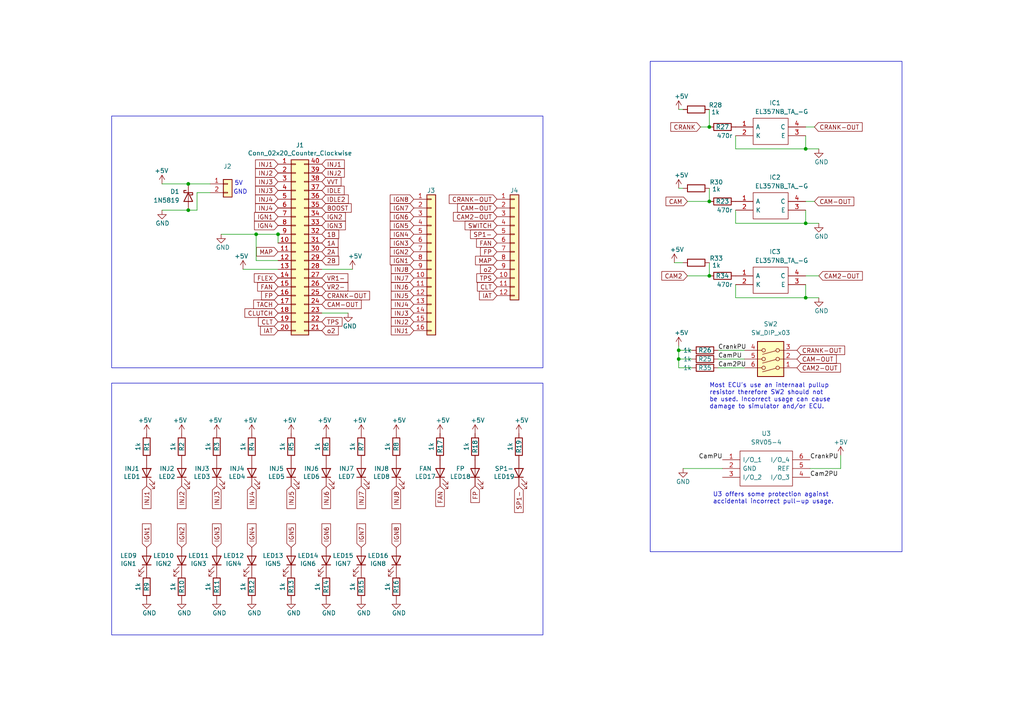
<source format=kicad_sch>
(kicad_sch (version 20250114) (generator "eeschema") (generator_version "9.0")
  (paper "A4")
  (title_block (title "Engine Simulator") (date "2025-02-28") (rev "Production B2") (company "OpenLogicEFI"))
  (lib_symbols
    (symbol "Connector_Generic:Conn_01x02" (pin_names (offset 1.016) (hide yes))
      (property "Reference" "J" (at 0 2.54 0))
      (property "Value" "Conn_01x02" (at 0 -5.08 0))
      (symbol "Conn_01x02_1_1"
        (pin passive line (at -5.08 0 0) (length 3.81) (name "Pin_1") (number "1"))
        (pin passive line (at -5.08 -2.54 0) (length 3.81) (name "Pin_2") (number "2"))
      )
    )
    (symbol "Connector_Generic:Conn_01x12" (pin_names (offset 1.016) (hide yes))
      (property "Reference" "J" (at 0 15.24 0))
      (property "Value" "Conn_01x12" (at 0 -17.78 0))
      (symbol "Conn_01x12_1_1"
        (pin passive line (at -5.08 12.7 0) (length 3.81) (name "Pin_1") (number "1"))
        (pin passive line (at -5.08 10.16 0) (length 3.81) (name "Pin_2") (number "2"))
        (pin passive line (at -5.08 7.62 0) (length 3.81) (name "Pin_3") (number "3"))
        (pin passive line (at -5.08 5.08 0) (length 3.81) (name "Pin_4") (number "4"))
        (pin passive line (at -5.08 2.54 0) (length 3.81) (name "Pin_5") (number "5"))
        (pin passive line (at -5.08 0 0) (length 3.81) (name "Pin_6") (number "6"))
        (pin passive line (at -5.08 -2.54 0) (length 3.81) (name "Pin_7") (number "7"))
        (pin passive line (at -5.08 -5.08 0) (length 3.81) (name "Pin_8") (number "8"))
        (pin passive line (at -5.08 -7.62 0) (length 3.81) (name "Pin_9") (number "9"))
        (pin passive line (at -5.08 -10.16 0) (length 3.81) (name "Pin_10") (number "10"))
        (pin passive line (at -5.08 -12.7 0) (length 3.81) (name "Pin_11") (number "11"))
        (pin passive line (at -5.08 -15.24 0) (length 3.81) (name "Pin_12") (number "12"))
      )
    )
    (symbol "Connector_Generic:Conn_01x16" (pin_names (offset 1.016) (hide yes))
      (property "Reference" "J" (at 0 20.32 0))
      (property "Value" "Conn_01x16" (at 0 -22.86 0))
      (symbol "Conn_01x16_1_1"
        (pin passive line (at -5.08 17.78 0) (length 3.81) (name "Pin_1") (number "1"))
        (pin passive line (at -5.08 15.24 0) (length 3.81) (name "Pin_2") (number "2"))
        (pin passive line (at -5.08 12.7 0) (length 3.81) (name "Pin_3") (number "3"))
        (pin passive line (at -5.08 10.16 0) (length 3.81) (name "Pin_4") (number "4"))
        (pin passive line (at -5.08 7.62 0) (length 3.81) (name "Pin_5") (number "5"))
        (pin passive line (at -5.08 5.08 0) (length 3.81) (name "Pin_6") (number "6"))
        (pin passive line (at -5.08 2.54 0) (length 3.81) (name "Pin_7") (number "7"))
        (pin passive line (at -5.08 0 0) (length 3.81) (name "Pin_8") (number "8"))
        (pin passive line (at -5.08 -2.54 0) (length 3.81) (name "Pin_9") (number "9"))
        (pin passive line (at -5.08 -5.08 0) (length 3.81) (name "Pin_10") (number "10"))
        (pin passive line (at -5.08 -7.62 0) (length 3.81) (name "Pin_11") (number "11"))
        (pin passive line (at -5.08 -10.16 0) (length 3.81) (name "Pin_12") (number "12"))
        (pin passive line (at -5.08 -12.7 0) (length 3.81) (name "Pin_13") (number "13"))
        (pin passive line (at -5.08 -15.24 0) (length 3.81) (name "Pin_14") (number "14"))
        (pin passive line (at -5.08 -17.78 0) (length 3.81) (name "Pin_15") (number "15"))
        (pin passive line (at -5.08 -20.32 0) (length 3.81) (name "Pin_16") (number "16"))
      )
    )
    (symbol "Detonation:SRV05-4" (pin_names (offset 0.762))
      (property "Reference" "U2" (at 1.905 3.81 0))
      (property "Value" "SRV05-4" (at 12.7 3.81 0))
      (symbol "SRV05-4_0_0"
        (pin passive line (at 0 0 0) (length 5.08) (name "I/O_1") (number "1"))
        (pin passive line (at 0 -2.54 0) (length 5.08) (name "GND") (number "2"))
        (pin passive line (at 0 -5.08 0) (length 5.08) (name "I/O_2") (number "3"))
        (pin passive line (at 25.4 0 180) (length 5.08) (name "I/O_4") (number "6"))
        (pin passive line (at 25.4 -2.54 180) (length 5.08) (name "REF") (number "5"))
        (pin passive line (at 25.4 -5.08 180) (length 5.08) (name "I/O_3") (number "4"))
      )
    )
    (symbol "Device:LED" (pin_numbers (hide yes)) (pin_names (offset 1.016) (hide yes))
      (property "Reference" "D" (at 0 2.54 0))
      (property "Value" "LED" (at 0 -2.54 0))
      (symbol "LED_1_1"
        (pin passive line (at -3.81 0 0) (length 2.54) (name "K") (number "1"))
        (pin passive line (at 3.81 0 180) (length 2.54) (name "A") (number "2"))
      )
    )
    (symbol "Device:R" (pin_numbers (hide yes)) (pin_names (offset 0))
      (property "Reference" "R" (at 2.032 0 90))
      (property "Value" "R" (at 0 0 90))
      (symbol "R_1_1"
        (pin passive line (at 0 3.81 270) (length 1.27) (name "~") (number "1"))
        (pin passive line (at 0 -3.81 90) (length 1.27) (name "~") (number "2"))
      )
    )
    (symbol "Diode:1N5819" (pin_numbers (hide yes)) (pin_names (offset 1.016) (hide yes))
      (property "Reference" "D" (at 0 2.54 0))
      (property "Value" "1N5819" (at 0 -2.54 0))
      (symbol "1N5819_1_1"
        (pin passive line (at -3.81 0 0) (length 2.54) (name "K") (number "1"))
        (pin passive line (at 3.81 0 180) (length 2.54) (name "A") (number "2"))
      )
    )
    (symbol "EL357NB_TA_-G:EL357NB_TA_-G" (pin_names (offset 0.762))
      (property "Reference" "IC" (at 16.51 7.62 0))
      (property "Value" "EL357NB_TA_-G" (at 16.51 5.08 0))
      (symbol "EL357NB_TA_-G_0_0"
        (pin passive line (at 0 0 0) (length 5.08) (name "A") (number "1"))
        (pin passive line (at 0 -2.54 0) (length 5.08) (name "K") (number "2"))
        (pin passive line (at 20.32 0 180) (length 5.08) (name "C") (number "4"))
        (pin passive line (at 20.32 -2.54 180) (length 5.08) (name "E") (number "3"))
      )
    )
    (symbol "Pre_Ignition-rescue:Conn_02x20_Counter_Clockwise-Connector_Generic" (pin_names (offset 1.016) (hide yes))
      (property "Reference" "J" (at 1.27 25.4 0))
      (property "Value" "Conn_02x20_Counter_Clockwise-Connector_Generic" (at 1.27 -27.94 0))
      (symbol "Conn_02x20_Counter_Clockwise-Connector_Generic_1_1"
        (pin passive line (at -5.08 22.86 0) (length 3.81) (name "Pin_1") (number "1"))
        (pin passive line (at -5.08 20.32 0) (length 3.81) (name "Pin_2") (number "2"))
        (pin passive line (at -5.08 17.78 0) (length 3.81) (name "Pin_3") (number "3"))
        (pin passive line (at -5.08 15.24 0) (length 3.81) (name "Pin_4") (number "4"))
        (pin passive line (at -5.08 12.7 0) (length 3.81) (name "Pin_5") (number "5"))
        (pin passive line (at -5.08 10.16 0) (length 3.81) (name "Pin_6") (number "6"))
        (pin passive line (at -5.08 7.62 0) (length 3.81) (name "Pin_7") (number "7"))
        (pin passive line (at -5.08 5.08 0) (length 3.81) (name "Pin_8") (number "8"))
        (pin passive line (at -5.08 2.54 0) (length 3.81) (name "Pin_9") (number "9"))
        (pin passive line (at -5.08 0 0) (length 3.81) (name "Pin_10") (number "10"))
        (pin passive line (at -5.08 -2.54 0) (length 3.81) (name "Pin_11") (number "11"))
        (pin passive line (at -5.08 -5.08 0) (length 3.81) (name "Pin_12") (number "12"))
        (pin passive line (at -5.08 -7.62 0) (length 3.81) (name "Pin_13") (number "13"))
        (pin passive line (at -5.08 -10.16 0) (length 3.81) (name "Pin_14") (number "14"))
        (pin passive line (at -5.08 -12.7 0) (length 3.81) (name "Pin_15") (number "15"))
        (pin passive line (at -5.08 -15.24 0) (length 3.81) (name "Pin_16") (number "16"))
        (pin passive line (at -5.08 -17.78 0) (length 3.81) (name "Pin_17") (number "17"))
        (pin passive line (at -5.08 -20.32 0) (length 3.81) (name "Pin_18") (number "18"))
        (pin passive line (at -5.08 -22.86 0) (length 3.81) (name "Pin_19") (number "19"))
        (pin passive line (at -5.08 -25.4 0) (length 3.81) (name "Pin_20") (number "20"))
        (pin passive line (at 7.62 22.86 180) (length 3.81) (name "Pin_40") (number "40"))
        (pin passive line (at 7.62 20.32 180) (length 3.81) (name "Pin_39") (number "39"))
        (pin passive line (at 7.62 17.78 180) (length 3.81) (name "Pin_38") (number "38"))
        (pin passive line (at 7.62 15.24 180) (length 3.81) (name "Pin_37") (number "37"))
        (pin passive line (at 7.62 12.7 180) (length 3.81) (name "Pin_36") (number "36"))
        (pin passive line (at 7.62 10.16 180) (length 3.81) (name "Pin_35") (number "35"))
        (pin passive line (at 7.62 7.62 180) (length 3.81) (name "Pin_34") (number "34"))
        (pin passive line (at 7.62 5.08 180) (length 3.81) (name "Pin_33") (number "33"))
        (pin passive line (at 7.62 2.54 180) (length 3.81) (name "Pin_32") (number "32"))
        (pin passive line (at 7.62 0 180) (length 3.81) (name "Pin_31") (number "31"))
        (pin passive line (at 7.62 -2.54 180) (length 3.81) (name "Pin_30") (number "30"))
        (pin passive line (at 7.62 -5.08 180) (length 3.81) (name "Pin_29") (number "29"))
        (pin passive line (at 7.62 -7.62 180) (length 3.81) (name "Pin_28") (number "28"))
        (pin passive line (at 7.62 -10.16 180) (length 3.81) (name "Pin_27") (number "27"))
        (pin passive line (at 7.62 -12.7 180) (length 3.81) (name "Pin_26") (number "26"))
        (pin passive line (at 7.62 -15.24 180) (length 3.81) (name "Pin_25") (number "25"))
        (pin passive line (at 7.62 -17.78 180) (length 3.81) (name "Pin_24") (number "24"))
        (pin passive line (at 7.62 -20.32 180) (length 3.81) (name "Pin_23") (number "23"))
        (pin passive line (at 7.62 -22.86 180) (length 3.81) (name "Pin_22") (number "22"))
        (pin passive line (at 7.62 -25.4 180) (length 3.81) (name "Pin_21") (number "21"))
      )
    )
    (symbol "Switch:SW_DIP_x03" (pin_names (offset 0) (hide yes))
      (property "Reference" "SW" (at 0 6.35 0))
      (property "Value" "SW_DIP_x03" (at 0 -6.35 0))
      (symbol "SW_DIP_x03_1_1"
        (pin passive line (at -7.62 2.54 0) (length 5.08) (name "~") (number "1"))
        (pin passive line (at -7.62 0 0) (length 5.08) (name "~") (number "2"))
        (pin passive line (at -7.62 -2.54 0) (length 5.08) (name "~") (number "3"))
        (pin passive line (at 7.62 2.54 180) (length 5.08) (name "~") (number "6"))
        (pin passive line (at 7.62 0 180) (length 5.08) (name "~") (number "5"))
        (pin passive line (at 7.62 -2.54 180) (length 5.08) (name "~") (number "4"))
      )
    )
    (symbol "power:+5V" (power) (pin_names (offset 0))
      (property "Value" "+5V" (at 0 3.556 0))
      (symbol "+5V_1_1"
        (pin power_in line (at 0 0 90) (length 0) (hide yes) (name "+5V") (number "1"))
      )
    )
    (symbol "power:GND" (power) (pin_names (offset 0))
      (property "Value" "GND" (at 0 -3.81 0))
      (symbol "GND_1_1"
        (pin power_in line (at 0 0 270) (length 0) (hide yes) (name "GND") (number "1"))
      )
    )
  )
  (rectangle (start 32.385 33.655) (end 157.48 106.68))
  (rectangle (start 32.385 111.125) (end 157.48 184.15))
  (rectangle (start 188.595 17.78) (end 261.62 160.02))
  (text "Most ECU's use an internaal pullup \nresistor therefore SW2 should not\nbe used. Incorrect usage can cause\ndamage to simulator and/or ECU." (at 205.74 118.745 0) (effects (font (size 1.27 1.27)) (justify left bottom)))
  (text "GND" (at 71.755 56.515 0) (effects (font (size 1.27 1.27)) (justify right bottom)))
  (text "5V" (at 70.485 53.975 0) (effects (font (size 1.27 1.27)) (justify right bottom)))
  (text "U3 offers some protection against\naccidental incorrect pull-up usage." (at 206.756 146.304 0) (effects (font (size 1.27 1.27)) (justify left bottom)))
  (junction (at 205.74 58.42))
  (junction (at 54.61 53.34))
  (junction (at 233.68 43.18))
  (junction (at 74.295 67.945))
  (junction (at 196.85 104.14))
  (junction (at 196.85 101.6))
  (junction (at 205.74 80.01))
  (junction (at 233.68 86.36))
  (junction (at 80.645 67.945))
  (junction (at 205.74 36.83))
  (junction (at 54.61 60.96))
  (junction (at 233.68 64.77))
  (wire (pts (xy 196.85 54.61) (xy 198.12 54.61)))
  (wire (pts (xy 196.85 31.75) (xy 198.12 31.75)))
  (wire (pts (xy 54.61 53.34) (xy 60.96 53.34)))
  (wire (pts (xy 102.235 78.105) (xy 93.345 78.105)))
  (wire (pts (xy 57.15 60.96) (xy 57.15 55.88)))
  (wire (pts (xy 54.61 60.96) (xy 57.15 60.96)))
  (wire (pts (xy 46.99 53.34) (xy 54.61 53.34)))
  (wire (pts (xy 196.85 100.33) (xy 196.85 101.6)))
  (wire (pts (xy 205.74 54.61) (xy 205.74 58.42)))
  (wire (pts (xy 205.74 31.75) (xy 205.74 36.83)))
  (wire (pts (xy 233.68 36.83) (xy 236.22 36.83)))
  (wire (pts (xy 213.36 82.55) (xy 213.36 86.36)))
  (wire (pts (xy 196.85 101.6) (xy 200.66 101.6)))
  (wire (pts (xy 196.85 106.68) (xy 200.66 106.68)))
  (wire (pts (xy 208.28 104.14) (xy 215.9 104.14)))
  (wire (pts (xy 74.295 67.945) (xy 74.295 75.565)))
  (wire (pts (xy 199.39 58.42) (xy 205.74 58.42)))
  (wire (pts (xy 213.36 60.96) (xy 213.36 64.77)))
  (wire (pts (xy 233.68 80.01) (xy 237.49 80.01)))
  (wire (pts (xy 196.85 101.6) (xy 196.85 104.14)))
  (wire (pts (xy 199.39 80.01) (xy 205.74 80.01)))
  (wire (pts (xy 205.74 76.2) (xy 205.74 80.01)))
  (wire (pts (xy 57.15 55.88) (xy 60.96 55.88)))
  (wire (pts (xy 80.645 70.485) (xy 80.645 67.945)))
  (wire (pts (xy 213.36 39.37) (xy 213.36 43.18)))
  (wire (pts (xy 46.99 60.96) (xy 54.61 60.96)))
  (wire (pts (xy 195.58 76.2) (xy 198.12 76.2)))
  (wire (pts (xy 74.295 75.565) (xy 80.645 75.565)))
  (wire (pts (xy 203.2 36.83) (xy 205.74 36.83)))
  (wire (pts (xy 233.68 64.77) (xy 237.49 64.77)))
  (wire (pts (xy 74.295 67.945) (xy 80.645 67.945)))
  (wire (pts (xy 233.68 60.96) (xy 233.68 64.77)))
  (wire (pts (xy 198.12 135.89) (xy 209.55 135.89)))
  (wire (pts (xy 243.84 132.08) (xy 243.84 135.89)))
  (wire (pts (xy 233.68 39.37) (xy 233.68 43.18)))
  (wire (pts (xy 208.28 101.6) (xy 215.9 101.6)))
  (wire (pts (xy 196.85 104.14) (xy 196.85 106.68)))
  (wire (pts (xy 233.68 43.18) (xy 237.49 43.18)))
  (wire (pts (xy 213.36 64.77) (xy 233.68 64.77)))
  (wire (pts (xy 233.68 86.36) (xy 237.49 86.36)))
  (wire (pts (xy 208.28 106.68) (xy 215.9 106.68)))
  (wire (pts (xy 233.68 58.42) (xy 236.22 58.42)))
  (wire (pts (xy 100.965 90.805) (xy 93.345 90.805)))
  (wire (pts (xy 213.36 43.18) (xy 233.68 43.18)))
  (wire (pts (xy 243.84 135.89) (xy 234.95 135.89)))
  (wire (pts (xy 196.85 104.14) (xy 200.66 104.14)))
  (wire (pts (xy 70.485 78.105) (xy 80.645 78.105)))
  (wire (pts (xy 233.68 82.55) (xy 233.68 86.36)))
  (wire (pts (xy 64.135 67.945) (xy 74.295 67.945)))
  (wire (pts (xy 213.36 86.36) (xy 233.68 86.36)))
  (label "Cam2PU" (at 234.95 138.43 0))
  (label "Cam2PU" (at 208.28 106.68 0))
  (label "CrankPU" (at 234.95 133.35 0))
  (label "CamPU" (at 209.55 133.35 180))
  (label "CamPU" (at 208.28 104.14 0))
  (label "CrankPU" (at 208.28 101.6 0))
  (global_label "IGN5" (shape input) (at 120.015 65.405 180) (property "Intersheetrefs" "${INTERSHEET_REFS}" (effects (hide yes))))
  (global_label "INJ6" (shape input) (at 120.015 83.185 180) (property "Intersheetrefs" "${INTERSHEET_REFS}" (effects (hide yes))))
  (global_label "IAT" (shape input) (at 80.645 95.885 180) (property "Intersheetrefs" "${INTERSHEET_REFS}" (effects (hide yes))))
  (global_label "INJ1" (shape input) (at 42.545 140.97 270) (property "Intersheetrefs" "${INTERSHEET_REFS}" (effects (hide yes))))
  (global_label "VR1-" (shape input) (at 93.345 80.645 0) (property "Intersheetrefs" "${INTERSHEET_REFS}" (effects (hide yes))))
  (global_label "CRANK" (shape input) (at 203.2 36.83 180) (property "Intersheetrefs" "${INTERSHEET_REFS}" (effects (hide yes))))
  (global_label "IGN6" (shape input) (at 94.615 158.75 90) (property "Intersheetrefs" "${INTERSHEET_REFS}" (effects (hide yes))))
  (global_label "INJ7" (shape input) (at 120.015 80.645 180) (property "Intersheetrefs" "${INTERSHEET_REFS}" (effects (hide yes))))
  (global_label "TPS" (shape input) (at 144.145 80.645 180) (property "Intersheetrefs" "${INTERSHEET_REFS}" (effects (hide yes))))
  (global_label "IAT" (shape input) (at 144.145 85.725 180) (property "Intersheetrefs" "${INTERSHEET_REFS}" (effects (hide yes))))
  (global_label "CRANK-OUT" (shape input) (at 144.145 57.785 180) (property "Intersheetrefs" "${INTERSHEET_REFS}" (effects (hide yes))))
  (global_label "INJ4" (shape input) (at 73.025 140.97 270) (property "Intersheetrefs" "${INTERSHEET_REFS}" (effects (hide yes))))
  (global_label "IGN2" (shape input) (at 120.015 73.025 180) (property "Intersheetrefs" "${INTERSHEET_REFS}" (effects (hide yes))))
  (global_label "INJ2" (shape input) (at 80.645 50.165 180) (property "Intersheetrefs" "${INTERSHEET_REFS}" (effects (hide yes))))
  (global_label "IGN3" (shape input) (at 93.345 65.405 0) (property "Intersheetrefs" "${INTERSHEET_REFS}" (effects (hide yes))))
  (global_label "INJ5" (shape input) (at 84.455 140.97 270) (property "Intersheetrefs" "${INTERSHEET_REFS}" (effects (hide yes))))
  (global_label "INJ4" (shape input) (at 120.015 88.265 180) (property "Intersheetrefs" "${INTERSHEET_REFS}" (effects (hide yes))))
  (global_label "INJ2" (shape input) (at 93.345 50.165 0) (property "Intersheetrefs" "${INTERSHEET_REFS}" (effects (hide yes))))
  (global_label "IGN4" (shape input) (at 120.015 67.945 180) (property "Intersheetrefs" "${INTERSHEET_REFS}" (effects (hide yes))))
  (global_label "CRANK-OUT" (shape input) (at 236.22 36.83 0) (property "Intersheetrefs" "${INTERSHEET_REFS}" (effects (hide yes))))
  (global_label "FAN" (shape input) (at 127.635 140.97 270) (property "Intersheetrefs" "${INTERSHEET_REFS}" (effects (hide yes))))
  (global_label "SP1-" (shape input) (at 144.145 67.945 180) (property "Intersheetrefs" "${INTERSHEET_REFS}" (effects (hide yes))))
  (global_label "IGN3" (shape input) (at 120.015 70.485 180) (property "Intersheetrefs" "${INTERSHEET_REFS}" (effects (hide yes))))
  (global_label "INJ4" (shape input) (at 80.645 57.785 180) (property "Intersheetrefs" "${INTERSHEET_REFS}" (effects (hide yes))))
  (global_label "INJ2" (shape input) (at 52.705 140.97 270) (property "Intersheetrefs" "${INTERSHEET_REFS}" (effects (hide yes))))
  (global_label "TPS" (shape input) (at 93.345 93.345 0) (property "Intersheetrefs" "${INTERSHEET_REFS}" (effects (hide yes))))
  (global_label "INJ6" (shape input) (at 94.615 140.97 270) (property "Intersheetrefs" "${INTERSHEET_REFS}" (effects (hide yes))))
  (global_label "CAM2-OUT" (shape input) (at 231.14 106.68 0) (property "Intersheetrefs" "${INTERSHEET_REFS}" (effects (hide yes))))
  (global_label "IDLE2" (shape input) (at 93.345 57.785 0) (property "Intersheetrefs" "${INTERSHEET_REFS}" (effects (hide yes))))
  (global_label "IGN4" (shape input) (at 80.645 65.405 180) (property "Intersheetrefs" "${INTERSHEET_REFS}" (effects (hide yes))))
  (global_label "FP" (shape input) (at 80.645 85.725 180) (property "Intersheetrefs" "${INTERSHEET_REFS}" (effects (hide yes))))
  (global_label "IGN5" (shape input) (at 84.455 158.75 90) (property "Intersheetrefs" "${INTERSHEET_REFS}" (effects (hide yes))))
  (global_label "IGN8" (shape input) (at 120.015 57.785 180) (property "Intersheetrefs" "${INTERSHEET_REFS}" (effects (hide yes))))
  (global_label "IGN1" (shape input) (at 80.645 62.865 180) (property "Intersheetrefs" "${INTERSHEET_REFS}" (effects (hide yes))))
  (global_label "CAM" (shape input) (at 199.39 58.42 180) (property "Intersheetrefs" "${INTERSHEET_REFS}" (effects (hide yes))))
  (global_label "MAP" (shape input) (at 144.145 75.565 180) (property "Intersheetrefs" "${INTERSHEET_REFS}" (effects (hide yes))))
  (global_label "IGN1" (shape input) (at 42.545 158.75 90) (property "Intersheetrefs" "${INTERSHEET_REFS}" (effects (hide yes))))
  (global_label "FAN" (shape input) (at 144.145 70.485 180) (property "Intersheetrefs" "${INTERSHEET_REFS}" (effects (hide yes))))
  (global_label "CRANK-OUT" (shape input) (at 231.14 101.6 0) (property "Intersheetrefs" "${INTERSHEET_REFS}" (effects (hide yes))))
  (global_label "IGN2" (shape input) (at 93.345 62.865 0) (property "Intersheetrefs" "${INTERSHEET_REFS}" (effects (hide yes))))
  (global_label "2A" (shape input) (at 93.345 73.025 0) (property "Intersheetrefs" "${INTERSHEET_REFS}" (effects (hide yes))))
  (global_label "INJ3" (shape input) (at 120.015 90.805 180) (property "Intersheetrefs" "${INTERSHEET_REFS}" (effects (hide yes))))
  (global_label "2B" (shape input) (at 93.345 75.565 0) (property "Intersheetrefs" "${INTERSHEET_REFS}" (effects (hide yes))))
  (global_label "CAM-OUT" (shape input) (at 231.14 104.14 0) (property "Intersheetrefs" "${INTERSHEET_REFS}" (effects (hide yes))))
  (global_label "INJ7" (shape input) (at 104.775 140.97 270) (property "Intersheetrefs" "${INTERSHEET_REFS}" (effects (hide yes))))
  (global_label "FLEX" (shape input) (at 80.645 80.645 180) (property "Intersheetrefs" "${INTERSHEET_REFS}" (effects (hide yes))))
  (global_label "INJ1" (shape input) (at 120.015 95.885 180) (property "Intersheetrefs" "${INTERSHEET_REFS}" (effects (hide yes))))
  (global_label "FP" (shape input) (at 144.145 73.025 180) (property "Intersheetrefs" "${INTERSHEET_REFS}" (effects (hide yes))))
  (global_label "CAM-OUT" (shape input) (at 144.145 60.325 180) (property "Intersheetrefs" "${INTERSHEET_REFS}" (effects (hide yes))))
  (global_label "1A" (shape input) (at 93.345 70.485 0) (property "Intersheetrefs" "${INTERSHEET_REFS}" (effects (hide yes))))
  (global_label "SWITCH" (shape input) (at 144.145 65.405 180) (property "Intersheetrefs" "${INTERSHEET_REFS}" (effects (hide yes))))
  (global_label "CLT" (shape input) (at 80.645 93.345 180) (property "Intersheetrefs" "${INTERSHEET_REFS}" (effects (hide yes))))
  (global_label "FAN" (shape input) (at 80.645 83.185 180) (property "Intersheetrefs" "${INTERSHEET_REFS}" (effects (hide yes))))
  (global_label "IGN7" (shape input) (at 104.775 158.75 90) (property "Intersheetrefs" "${INTERSHEET_REFS}" (effects (hide yes))))
  (global_label "CLT" (shape input) (at 144.145 83.185 180) (property "Intersheetrefs" "${INTERSHEET_REFS}" (effects (hide yes))))
  (global_label "INJ3" (shape input) (at 62.865 140.97 270) (property "Intersheetrefs" "${INTERSHEET_REFS}" (effects (hide yes))))
  (global_label "IDLE" (shape input) (at 93.345 55.245 0) (property "Intersheetrefs" "${INTERSHEET_REFS}" (effects (hide yes))))
  (global_label "INJ8" (shape input) (at 120.015 78.105 180) (property "Intersheetrefs" "${INTERSHEET_REFS}" (effects (hide yes))))
  (global_label "CAM-OUT" (shape input) (at 236.22 58.42 0) (property "Intersheetrefs" "${INTERSHEET_REFS}" (effects (hide yes))))
  (global_label "INJ8" (shape input) (at 114.935 140.97 270) (property "Intersheetrefs" "${INTERSHEET_REFS}" (effects (hide yes))))
  (global_label "CAM-OUT" (shape input) (at 93.345 88.265 0) (property "Intersheetrefs" "${INTERSHEET_REFS}" (effects (hide yes))))
  (global_label "IGN8" (shape input) (at 114.935 158.75 90) (property "Intersheetrefs" "${INTERSHEET_REFS}" (effects (hide yes))))
  (global_label "INJ1" (shape input) (at 80.645 47.625 180) (property "Intersheetrefs" "${INTERSHEET_REFS}" (effects (hide yes))))
  (global_label "CAM2-OUT" (shape input) (at 237.49 80.01 0) (property "Intersheetrefs" "${INTERSHEET_REFS}" (effects (hide yes))))
  (global_label "CLUTCH" (shape input) (at 80.645 90.805 180) (property "Intersheetrefs" "${INTERSHEET_REFS}" (effects (hide yes))))
  (global_label "CAM2-OUT" (shape input) (at 144.145 62.865 180) (property "Intersheetrefs" "${INTERSHEET_REFS}" (effects (hide yes))))
  (global_label "o2" (shape input) (at 93.345 95.885 0) (property "Intersheetrefs" "${INTERSHEET_REFS}" (effects (hide yes))))
  (global_label "o2" (shape input) (at 144.145 78.105 180) (property "Intersheetrefs" "${INTERSHEET_REFS}" (effects (hide yes))))
  (global_label "CAM2" (shape input) (at 199.39 80.01 180) (property "Intersheetrefs" "${INTERSHEET_REFS}" (effects (hide yes))))
  (global_label "INJ2" (shape input) (at 120.015 93.345 180) (property "Intersheetrefs" "${INTERSHEET_REFS}" (effects (hide yes))))
  (global_label "IGN1" (shape input) (at 120.015 75.565 180) (property "Intersheetrefs" "${INTERSHEET_REFS}" (effects (hide yes))))
  (global_label "BOOST" (shape input) (at 93.345 60.325 0) (property "Intersheetrefs" "${INTERSHEET_REFS}" (effects (hide yes))))
  (global_label "FP" (shape input) (at 137.795 140.97 270) (property "Intersheetrefs" "${INTERSHEET_REFS}" (effects (hide yes))))
  (global_label "IGN7" (shape input) (at 120.015 60.325 180) (property "Intersheetrefs" "${INTERSHEET_REFS}" (effects (hide yes))))
  (global_label "IGN6" (shape input) (at 120.015 62.865 180) (property "Intersheetrefs" "${INTERSHEET_REFS}" (effects (hide yes))))
  (global_label "IGN3" (shape input) (at 62.865 158.75 90) (property "Intersheetrefs" "${INTERSHEET_REFS}" (effects (hide yes))))
  (global_label "TACH" (shape input) (at 80.645 88.265 180) (property "Intersheetrefs" "${INTERSHEET_REFS}" (effects (hide yes))))
  (global_label "CRANK-OUT" (shape input) (at 93.345 85.725 0) (property "Intersheetrefs" "${INTERSHEET_REFS}" (effects (hide yes))))
  (global_label "IGN2" (shape input) (at 52.705 158.75 90) (property "Intersheetrefs" "${INTERSHEET_REFS}" (effects (hide yes))))
  (global_label "1B" (shape input) (at 93.345 67.945 0) (property "Intersheetrefs" "${INTERSHEET_REFS}" (effects (hide yes))))
  (global_label "INJ3" (shape input) (at 80.645 52.705 180) (property "Intersheetrefs" "${INTERSHEET_REFS}" (effects (hide yes))))
  (global_label "VVT" (shape input) (at 93.345 52.705 0) (property "Intersheetrefs" "${INTERSHEET_REFS}" (effects (hide yes))))
  (global_label "IGN4" (shape input) (at 73.025 158.75 90) (property "Intersheetrefs" "${INTERSHEET_REFS}" (effects (hide yes))))
  (global_label "VR2-" (shape input) (at 93.345 83.185 0) (property "Intersheetrefs" "${INTERSHEET_REFS}" (effects (hide yes))))
  (global_label "INJ4" (shape input) (at 80.645 60.325 180) (property "Intersheetrefs" "${INTERSHEET_REFS}" (effects (hide yes))))
  (global_label "INJ5" (shape input) (at 120.015 85.725 180) (property "Intersheetrefs" "${INTERSHEET_REFS}" (effects (hide yes))))
  (global_label "SP1-" (shape input) (at 150.495 140.97 270) (property "Intersheetrefs" "${INTERSHEET_REFS}" (effects (hide yes))))
  (global_label "INJ3" (shape input) (at 80.645 55.245 180) (property "Intersheetrefs" "${INTERSHEET_REFS}" (effects (hide yes))))
  (global_label "MAP" (shape input) (at 80.645 73.025 180) (property "Intersheetrefs" "${INTERSHEET_REFS}" (effects (hide yes))))
  (global_label "INJ1" (shape input) (at 93.345 47.625 0) (property "Intersheetrefs" "${INTERSHEET_REFS}" (effects (hide yes))))
  (symbol (lib_id "Pre_Ignition-rescue:Conn_02x20_Counter_Clockwise-Connector_Generic") (at 85.725 70.485 0) (unit 1) (in_bom no)
    (property "Reference" "J1" (at 86.995 42.1132 0))
    (property "Value" "Conn_02x20_Counter_Clockwise" (at 86.995 44.4246 0))
    (property "Footprint" "Connector_Automotive:IDC-Header_2x20_P2.54mm_Vertical_Speeduino" (effects (hide yes)))
  )
  (symbol (lib_id "Device:LED") (at 137.795 137.16 90) (unit 1)
    (property "Reference" "LED18" (at 133.5278 138.2268 90))
    (property "Value" "FP" (at 133.5278 135.9154 90))
    (property "Footprint" "LED_SMD:LED_0603_1608Metric" (effects (hide yes)))
    (property "LCSC" "C2286" (effects (hide yes)))
  )
  (symbol (lib_id "EL357NB_TA_-G:EL357NB_TA_-G") (at 213.36 58.42 0) (unit 1)
    (property "Reference" "IC2" (at 224.79 51.435 0))
    (property "Value" "EL357NB_TA_-G" (at 226.695 53.975 0))
    (property "Footprint" "Package_SO:SOP-4_3.8x4.1mm_P2.54mm" (effects (hide yes)))
    (property "Datasheet" "https://www.arrow.com/en/products/el357nb-ta-g/everlight-electronics" (effects (hide yes)))
    (property "Description" "OPTOISOLATOR 3.75KV TRANS 4-SOP" (effects (hide yes)))
    (property "Height" "2" (effects (hide yes)))
    (property "Manufacturer_Name" "Everlight" (effects (hide yes)))
    (property "Manufacturer_Part_Number" "EL357NB(TA)-G" (effects (hide yes)))
    (property "Mouser Part Number" "638-EL357NBTAG" (effects (hide yes)))
    (property "Mouser Price/Stock" "https://www.mouser.co.uk/ProductDetail/Everlight/EL357NBTA-G?qs=8PzhAHr7IdPkZ%252Bpe78XBnA%3D%3D" (effects (hide yes)))
    (property "Arrow Part Number" "EL357NB(TA)-G" (effects (hide yes)))
    (property "Arrow Price/Stock" "https://www.arrow.com/en/products/el357nb-ta-g/everlight-electronics?region=nac" (effects (hide yes)))
    (property "LCSC" "C6649" (effects (hide yes)))
  )
  (symbol (lib_id "Device:LED") (at 62.865 137.16 90) (unit 1)
    (property "Reference" "LED3" (at 58.5978 138.2268 90))
    (property "Value" "INJ3" (at 58.5978 135.9154 90))
    (property "Footprint" "LED_SMD:LED_0603_1608Metric" (effects (hide yes)))
    (property "LCSC" "C2286" (effects (hide yes)))
  )
  (symbol (lib_id "power:GND") (at 52.705 173.99 0) (mirror y) (unit 1)
    (property "Reference" "#PWR020" (effects (hide yes)))
    (property "Value" "GND" (at 51.435 177.8 0) (effects (justify right)))
  )
  (symbol (lib_id "power:+5V") (at 196.85 54.61 0) (unit 1)
    (property "Reference" "#PWR028" (effects (hide yes)))
    (property "Value" "+5V" (at 195.58 50.8 0) (effects (justify left)))
  )
  (symbol (lib_id "Device:R") (at 84.455 129.54 0) (mirror y) (unit 1)
    (property "Reference" "R5" (at 84.455 129.54 90))
    (property "Value" "1k" (at 81.915 129.54 90))
    (property "Footprint" "Resistor_SMD:R_0603_1608Metric" (effects (hide yes)))
    (property "LCSC" "C21190" (effects (hide yes)))
  )
  (symbol (lib_id "power:GND") (at 114.935 173.99 0) (mirror y) (unit 1)
    (property "Reference" "#PWR01" (effects (hide yes)))
    (property "Value" "GND" (at 113.665 177.8 0) (effects (justify right)))
  )
  (symbol (lib_id "power:+5V") (at 243.84 132.08 0) (mirror y) (unit 1)
    (property "Reference" "#PWR063" (effects (hide yes)))
    (property "Value" "+5V" (at 243.84 128.27 0))
  )
  (symbol (lib_id "power:+5V") (at 52.705 125.73 0) (unit 1)
    (property "Reference" "#PWR07" (effects (hide yes)))
    (property "Value" "+5V" (at 50.165 121.92 0) (effects (justify left)))
  )
  (symbol (lib_id "Device:LED") (at 114.935 162.56 270) (mirror x) (unit 1)
    (property "Reference" "LED16" (at 109.6772 161.163 90))
    (property "Value" "IGN8" (at 109.6772 163.4744 90))
    (property "Footprint" "LED_SMD:LED_0603_1608Metric" (effects (hide yes)))
    (property "LCSC" "C2286" (effects (hide yes)))
  )
  (symbol (lib_id "Device:R") (at 201.93 54.61 270) (unit 1)
    (property "Reference" "R30" (at 207.772 52.832 90))
    (property "Value" "1k" (at 207.772 54.864 90))
    (property "Footprint" "Resistor_SMD:R_0603_1608Metric" (effects (hide yes)))
    (property "LCSC" "C21190" (effects (hide yes)))
  )
  (symbol (lib_id "Device:R") (at 137.795 129.54 0) (mirror y) (unit 1)
    (property "Reference" "R18" (at 137.795 129.54 90))
    (property "Value" "1k" (at 135.255 129.54 90))
    (property "Footprint" "Resistor_SMD:R_0603_1608Metric" (effects (hide yes)))
    (property "LCSC" "C21190" (effects (hide yes)))
  )
  (symbol (lib_id "Device:LED") (at 114.935 137.16 90) (unit 1)
    (property "Reference" "LED8" (at 110.6678 138.2268 90))
    (property "Value" "INJ8" (at 110.6678 135.9154 90))
    (property "Footprint" "LED_SMD:LED_0603_1608Metric" (effects (hide yes)))
    (property "LCSC" "C2286" (effects (hide yes)))
  )
  (symbol (lib_id "EL357NB_TA_-G:EL357NB_TA_-G") (at 213.36 80.01 0) (unit 1)
    (property "Reference" "IC3" (at 224.79 73.025 0))
    (property "Value" "EL357NB_TA_-G" (at 226.695 75.565 0))
    (property "Footprint" "Package_SO:SOP-4_3.8x4.1mm_P2.54mm" (effects (hide yes)))
    (property "Datasheet" "https://www.arrow.com/en/products/el357nb-ta-g/everlight-electronics" (effects (hide yes)))
    (property "Description" "OPTOISOLATOR 3.75KV TRANS 4-SOP" (effects (hide yes)))
    (property "Height" "2" (effects (hide yes)))
    (property "Manufacturer_Name" "Everlight" (effects (hide yes)))
    (property "Manufacturer_Part_Number" "EL357NB(TA)-G" (effects (hide yes)))
    (property "Mouser Part Number" "638-EL357NBTAG" (effects (hide yes)))
    (property "Mouser Price/Stock" "https://www.mouser.co.uk/ProductDetail/Everlight/EL357NBTA-G?qs=8PzhAHr7IdPkZ%252Bpe78XBnA%3D%3D" (effects (hide yes)))
    (property "Arrow Part Number" "EL357NB(TA)-G" (effects (hide yes)))
    (property "Arrow Price/Stock" "https://www.arrow.com/en/products/el357nb-ta-g/everlight-electronics?region=nac" (effects (hide yes)))
    (property "LCSC" "C6649" (effects (hide yes)))
  )
  (symbol (lib_id "Device:LED") (at 73.025 162.56 270) (mirror x) (unit 1)
    (property "Reference" "LED12" (at 67.7672 161.163 90))
    (property "Value" "IGN4" (at 67.7672 163.4744 90))
    (property "Footprint" "LED_SMD:LED_0603_1608Metric" (effects (hide yes)))
    (property "LCSC" "C2286" (effects (hide yes)))
  )
  (symbol (lib_id "power:GND") (at 237.49 43.18 0) (mirror y) (unit 1)
    (property "Reference" "#PWR055" (effects (hide yes)))
    (property "Value" "GND" (at 236.22 46.99 0) (effects (justify right)))
  )
  (symbol (lib_id "power:+5V") (at 104.775 125.73 0) (unit 1)
    (property "Reference" "#PWR021" (effects (hide yes)))
    (property "Value" "+5V" (at 102.235 121.92 0) (effects (justify left)))
  )
  (symbol (lib_id "Device:R") (at 73.025 170.18 180) (unit 1)
    (property "Reference" "R12" (at 73.025 170.18 90))
    (property "Value" "1k" (at 70.485 170.18 90))
    (property "Footprint" "Resistor_SMD:R_0603_1608Metric" (effects (hide yes)))
    (property "LCSC" "C21190" (effects (hide yes)))
  )
  (symbol (lib_id "Device:R") (at 114.935 170.18 180) (unit 1)
    (property "Reference" "R16" (at 114.935 170.18 90))
    (property "Value" "1k" (at 112.395 170.18 90))
    (property "Footprint" "Resistor_SMD:R_0603_1608Metric" (effects (hide yes)))
    (property "LCSC" "C21190" (effects (hide yes)))
  )
  (symbol (lib_id "power:GND") (at 62.865 173.99 0) (mirror y) (unit 1)
    (property "Reference" "#PWR014" (effects (hide yes)))
    (property "Value" "GND" (at 61.595 177.8 0) (effects (justify right)))
  )
  (symbol (lib_id "Device:LED") (at 104.775 162.56 270) (mirror x) (unit 1)
    (property "Reference" "LED15" (at 99.5172 161.163 90))
    (property "Value" "IGN7" (at 99.5172 163.4744 90))
    (property "Footprint" "LED_SMD:LED_0603_1608Metric" (effects (hide yes)))
    (property "LCSC" "C2286" (effects (hide yes)))
  )
  (symbol (lib_id "Device:LED") (at 52.705 137.16 90) (unit 1)
    (property "Reference" "LED2" (at 48.4378 138.2268 90))
    (property "Value" "INJ2" (at 48.4378 135.9154 90))
    (property "Footprint" "LED_SMD:LED_0603_1608Metric" (effects (hide yes)))
    (property "LCSC" "C2286" (effects (hide yes)))
  )
  (symbol (lib_id "Connector_Generic:Conn_01x12") (at 149.225 70.485 0) (unit 1)
    (property "Reference" "J4" (at 147.955 55.245 0) (effects (justify left)))
    (property "Value" "Conn_01x10" (effects (hide yes)))
    (property "Footprint" "TerminalBlock_Phoenix:TerminalBlock_Phoenix_PT-1,5-12-3.5-H_1x12_P3.50mm_Horizontal" (effects (hide yes)))
  )
  (symbol (lib_id "Device:LED") (at 42.545 162.56 270) (mirror x) (unit 1)
    (property "Reference" "LED9" (at 37.2872 161.163 90))
    (property "Value" "IGN1" (at 37.2872 163.4744 90))
    (property "Footprint" "LED_SMD:LED_0603_1608Metric" (effects (hide yes)))
    (property "LCSC" "C2286" (effects (hide yes)))
  )
  (symbol (lib_id "power:GND") (at 73.025 173.99 0) (mirror y) (unit 1)
    (property "Reference" "#PWR012" (effects (hide yes)))
    (property "Value" "GND" (at 71.755 177.8 0) (effects (justify right)))
  )
  (symbol (lib_id "power:+5V") (at 70.485 78.105 0) (unit 1)
    (property "Reference" "#PWR022" (effects (hide yes)))
    (property "Value" "+5V" (at 67.945 74.295 0) (effects (justify left)))
  )
  (symbol (lib_id "Device:R") (at 201.93 76.2 270) (unit 1)
    (property "Reference" "R33" (at 207.772 74.93 90))
    (property "Value" "1k" (at 207.772 76.962 90))
    (property "Footprint" "Resistor_SMD:R_0603_1608Metric" (effects (hide yes)))
    (property "LCSC" "C21190" (effects (hide yes)))
  )
  (symbol (lib_id "power:GND") (at 42.545 173.99 0) (mirror y) (unit 1)
    (property "Reference" "#PWR023" (effects (hide yes)))
    (property "Value" "GND" (at 41.275 177.8 0) (effects (justify right)))
  )
  (symbol (lib_id "power:GND") (at 46.99 60.96 0) (mirror y) (unit 1)
    (property "Reference" "#PWR036" (effects (hide yes)))
    (property "Value" "GND" (at 45.085 64.77 0) (effects (justify right)))
  )
  (symbol (lib_id "power:+5V") (at 196.85 100.33 0) (unit 1)
    (property "Reference" "#PWR060" (effects (hide yes)))
    (property "Value" "+5V" (at 195.58 96.52 0) (effects (justify left)))
  )
  (symbol (lib_id "Device:R") (at 94.615 170.18 180) (unit 1)
    (property "Reference" "R14" (at 94.615 170.18 90))
    (property "Value" "1k" (at 92.075 170.18 90))
    (property "Footprint" "Resistor_SMD:R_0603_1608Metric" (effects (hide yes)))
    (property "LCSC" "C21190" (effects (hide yes)))
  )
  (symbol (lib_id "Device:R") (at 52.705 129.54 0) (mirror y) (unit 1)
    (property "Reference" "R2" (at 52.705 129.54 90))
    (property "Value" "1k" (at 50.165 129.54 90))
    (property "Footprint" "Resistor_SMD:R_0603_1608Metric" (effects (hide yes)))
    (property "LCSC" "C21190" (effects (hide yes)))
  )
  (symbol (lib_id "Device:R") (at 150.495 129.54 0) (mirror y) (unit 1)
    (property "Reference" "R19" (at 150.495 129.54 90))
    (property "Value" "1k" (at 147.955 129.54 90))
    (property "Footprint" "Resistor_SMD:R_0603_1608Metric" (effects (hide yes)))
    (property "LCSC" "C21190" (effects (hide yes)))
  )
  (symbol (lib_id "power:+5V") (at 84.455 125.73 0) (unit 1)
    (property "Reference" "#PWR013" (effects (hide yes)))
    (property "Value" "+5V" (at 81.915 121.92 0) (effects (justify left)))
  )
  (symbol (lib_id "Device:R") (at 114.935 129.54 0) (mirror y) (unit 1)
    (property "Reference" "R8" (at 114.935 129.54 90))
    (property "Value" "1k" (at 112.395 129.54 90))
    (property "Footprint" "Resistor_SMD:R_0603_1608Metric" (effects (hide yes)))
    (property "LCSC" "C21190" (effects (hide yes)))
  )
  (symbol (lib_id "Device:LED") (at 52.705 162.56 270) (mirror x) (unit 1)
    (property "Reference" "LED10" (at 47.4472 161.163 90))
    (property "Value" "IGN2" (at 47.4472 163.4744 90))
    (property "Footprint" "LED_SMD:LED_0603_1608Metric" (effects (hide yes)))
    (property "LCSC" "C2286" (effects (hide yes)))
  )
  (symbol (lib_id "Diode:1N5819") (at 54.61 57.15 90) (mirror x) (unit 1)
    (property "Reference" "D1" (at 52.07 55.5624 90) (effects (justify left)))
    (property "Value" "1N5819" (at 52.07 58.1024 90) (effects (justify left)))
    (property "Footprint" "Diode_SMD:D_SOD-123" (effects (hide yes)))
    (property "Datasheet" "http://www.vishay.com/docs/88525/1n5817.pdf" (effects (hide yes)))
    (property "Description" "40V 1A Schottky Barrier Rectifier Diode" (effects (hide yes)))
    (property "LCSC" "C8598" (effects (hide yes)))
  )
  (symbol (lib_id "Device:LED") (at 84.455 162.56 270) (mirror x) (unit 1)
    (property "Reference" "LED13" (at 79.1972 161.163 90))
    (property "Value" "IGN5" (at 79.1972 163.4744 90))
    (property "Footprint" "LED_SMD:LED_0603_1608Metric" (effects (hide yes)))
    (property "LCSC" "C2286" (effects (hide yes)))
  )
  (symbol (lib_id "Device:R") (at 209.55 58.42 270) (mirror x) (unit 1)
    (property "Reference" "R23" (at 209.55 58.42 90))
    (property "Value" "470r" (at 210.185 60.96 90))
    (property "Footprint" "Resistor_SMD:R_0603_1608Metric" (effects (hide yes)))
    (property "LCSC" "C23179" (effects (hide yes)))
  )
  (symbol (lib_id "power:+5V") (at 150.495 125.73 0) (unit 1)
    (property "Reference" "#PWR039" (effects (hide yes)))
    (property "Value" "+5V" (at 149.225 121.92 0) (effects (justify left)))
  )
  (symbol (lib_id "Device:LED") (at 84.455 137.16 90) (unit 1)
    (property "Reference" "LED5" (at 80.1878 138.2268 90))
    (property "Value" "INJ5" (at 80.1878 135.9154 90))
    (property "Footprint" "LED_SMD:LED_0603_1608Metric" (effects (hide yes)))
    (property "LCSC" "C2286" (effects (hide yes)))
  )
  (symbol (lib_id "EL357NB_TA_-G:EL357NB_TA_-G") (at 213.36 36.83 0) (unit 1)
    (property "Reference" "IC1" (at 224.79 29.845 0))
    (property "Value" "EL357NB_TA_-G" (at 226.695 32.385 0))
    (property "Footprint" "Package_SO:SOP-4_3.8x4.1mm_P2.54mm" (effects (hide yes)))
    (property "Datasheet" "https://www.arrow.com/en/products/el357nb-ta-g/everlight-electronics" (effects (hide yes)))
    (property "Description" "OPTOISOLATOR 3.75KV TRANS 4-SOP" (effects (hide yes)))
    (property "Height" "2" (effects (hide yes)))
    (property "Manufacturer_Name" "Everlight" (effects (hide yes)))
    (property "Manufacturer_Part_Number" "EL357NB(TA)-G" (effects (hide yes)))
    (property "Mouser Part Number" "638-EL357NBTAG" (effects (hide yes)))
    (property "Mouser Price/Stock" "https://www.mouser.co.uk/ProductDetail/Everlight/EL357NBTA-G?qs=8PzhAHr7IdPkZ%252Bpe78XBnA%3D%3D" (effects (hide yes)))
    (property "Arrow Part Number" "EL357NB(TA)-G" (effects (hide yes)))
    (property "Arrow Price/Stock" "https://www.arrow.com/en/products/el357nb-ta-g/everlight-electronics?region=nac" (effects (hide yes)))
    (property "LCSC" "C6649" (effects (hide yes)))
  )
  (symbol (lib_id "Connector_Generic:Conn_01x02") (at 66.04 53.34 0) (unit 1)
    (property "Reference" "J2" (at 64.77 48.26 0) (effects (justify left)))
    (property "Value" "Conn_01x04" (effects (hide yes)))
    (property "Footprint" "TerminalBlock_Phoenix:TerminalBlock_Phoenix_PT-1,5-2-3.5-H_1x02_P3.50mm_Horizontal" (effects (hide yes)))
  )
  (symbol (lib_id "power:GND") (at 237.49 86.36 0) (mirror y) (unit 1)
    (property "Reference" "#PWR061" (effects (hide yes)))
    (property "Value" "GND" (at 236.22 90.17 0) (effects (justify right)))
  )
  (symbol (lib_id "Device:R") (at 104.775 170.18 180) (unit 1)
    (property "Reference" "R15" (at 104.775 170.18 90))
    (property "Value" "1k" (at 102.235 170.18 90))
    (property "Footprint" "Resistor_SMD:R_0603_1608Metric" (effects (hide yes)))
    (property "LCSC" "C21190" (effects (hide yes)))
  )
  (symbol (lib_id "Device:R") (at 204.47 101.6 90) (unit 1)
    (property "Reference" "R26" (at 204.47 101.6 90))
    (property "Value" "1k" (at 199.39 101.6 90))
    (property "Footprint" "Resistor_SMD:R_0603_1608Metric" (effects (hide yes)))
    (property "LCSC" "C21190" (effects (hide yes)))
  )
  (symbol (lib_id "Connector_Generic:Conn_01x16") (at 125.095 75.565 0) (unit 1)
    (property "Reference" "J3" (at 123.825 55.245 0) (effects (justify left)))
    (property "Value" "Conn_01x08" (effects (hide yes)))
    (property "Footprint" "TerminalBlock_Phoenix:TerminalBlock_Phoenix_PT-1,5-16-3.5-H_1x16_P3.50mm_Horizontal" (effects (hide yes)))
  )
  (symbol (lib_id "Device:R") (at 73.025 129.54 0) (mirror y) (unit 1)
    (property "Reference" "R4" (at 73.025 129.54 90))
    (property "Value" "1k" (at 70.485 129.54 90))
    (property "Footprint" "Resistor_SMD:R_0603_1608Metric" (effects (hide yes)))
    (property "LCSC" "C21190" (effects (hide yes)))
  )
  (symbol (lib_id "Switch:SW_DIP_x03") (at 223.52 104.14 180) (unit 1) (in_bom no)
    (property "Reference" "SW2" (at 223.52 93.98 0))
    (property "Value" "SW_DIP_x03" (at 223.52 96.52 0))
    (property "Footprint" "Button_Switch_THT:SW_DIP_SPSTx03_Slide_9.78x9.8mm_W7.62mm_P2.54mm" (effects (hide yes)))
  )
  (symbol (lib_id "Device:R") (at 209.55 36.83 270) (mirror x) (unit 1)
    (property "Reference" "R27" (at 209.55 36.83 90))
    (property "Value" "470r" (at 210.185 39.37 90))
    (property "Footprint" "Resistor_SMD:R_0603_1608Metric" (effects (hide yes)))
    (property "LCSC" "C23179" (effects (hide yes)))
  )
  (symbol (lib_id "power:GND") (at 104.775 173.99 0) (mirror y) (unit 1)
    (property "Reference" "#PWR06" (effects (hide yes)))
    (property "Value" "GND" (at 103.505 177.8 0) (effects (justify right)))
  )
  (symbol (lib_id "Detonation:SRV05-4") (at 209.55 133.35 0) (unit 1)
    (property "Reference" "U3" (at 222.25 125.73 0))
    (property "Value" "SRV05-4" (at 222.25 128.27 0))
    (property "Footprint" "Package_TO_SOT_SMD:SOT-23-6" (effects (hide yes)))
    (property "LCSC" "C7420376" (effects (hide yes)))
  )
  (symbol (lib_id "power:+5V") (at 114.935 125.73 0) (unit 1)
    (property "Reference" "#PWR024" (effects (hide yes)))
    (property "Value" "+5V" (at 113.665 121.92 0) (effects (justify left)))
  )
  (symbol (lib_id "Device:R") (at 94.615 129.54 0) (mirror y) (unit 1)
    (property "Reference" "R6" (at 94.615 129.54 90))
    (property "Value" "1k" (at 92.075 129.54 90))
    (property "Footprint" "Resistor_SMD:R_0603_1608Metric" (effects (hide yes)))
    (property "LCSC" "C21190" (effects (hide yes)))
  )
  (symbol (lib_id "power:GND") (at 198.12 135.89 0) (mirror y) (unit 1)
    (property "Reference" "#PWR062" (effects (hide yes)))
    (property "Value" "GND" (at 198.12 139.7 0))
  )
  (symbol (lib_id "Device:R") (at 127.635 129.54 0) (mirror y) (unit 1)
    (property "Reference" "R17" (at 127.635 129.54 90))
    (property "Value" "1k" (at 125.095 129.54 90))
    (property "Footprint" "Resistor_SMD:R_0603_1608Metric" (effects (hide yes)))
    (property "LCSC" "C21190" (effects (hide yes)))
  )
  (symbol (lib_id "Device:LED") (at 94.615 162.56 270) (mirror x) (unit 1)
    (property "Reference" "LED14" (at 89.3572 161.163 90))
    (property "Value" "IGN6" (at 89.3572 163.4744 90))
    (property "Footprint" "LED_SMD:LED_0603_1608Metric" (effects (hide yes)))
    (property "LCSC" "C2286" (effects (hide yes)))
  )
  (symbol (lib_id "Device:LED") (at 73.025 137.16 90) (unit 1)
    (property "Reference" "LED4" (at 68.7578 138.2268 90))
    (property "Value" "INJ4" (at 68.7578 135.9154 90))
    (property "Footprint" "LED_SMD:LED_0603_1608Metric" (effects (hide yes)))
    (property "LCSC" "C2286" (effects (hide yes)))
  )
  (symbol (lib_id "Device:R") (at 62.865 129.54 0) (mirror y) (unit 1)
    (property "Reference" "R3" (at 62.865 129.54 90))
    (property "Value" "1k" (at 60.325 129.54 90))
    (property "Footprint" "Resistor_SMD:R_0603_1608Metric" (effects (hide yes)))
    (property "LCSC" "C21190" (effects (hide yes)))
  )
  (symbol (lib_id "Device:LED") (at 62.865 162.56 270) (mirror x) (unit 1)
    (property "Reference" "LED11" (at 57.6072 161.163 90))
    (property "Value" "IGN3" (at 57.6072 163.4744 90))
    (property "Footprint" "LED_SMD:LED_0603_1608Metric" (effects (hide yes)))
    (property "LCSC" "C2286" (effects (hide yes)))
  )
  (symbol (lib_id "Device:R") (at 209.55 80.01 270) (mirror x) (unit 1)
    (property "Reference" "R34" (at 209.55 80.01 90))
    (property "Value" "470r" (at 210.185 82.55 90))
    (property "Footprint" "Resistor_SMD:R_0603_1608Metric" (effects (hide yes)))
    (property "LCSC" "C23179" (effects (hide yes)))
  )
  (symbol (lib_id "Device:LED") (at 94.615 137.16 90) (unit 1)
    (property "Reference" "LED6" (at 90.3478 138.2268 90))
    (property "Value" "INJ6" (at 90.3478 135.9154 90))
    (property "Footprint" "LED_SMD:LED_0603_1608Metric" (effects (hide yes)))
    (property "LCSC" "C2286" (effects (hide yes)))
  )
  (symbol (lib_id "Device:R") (at 84.455 170.18 180) (unit 1)
    (property "Reference" "R13" (at 84.455 170.18 90))
    (property "Value" "1k" (at 81.915 170.18 90))
    (property "Footprint" "Resistor_SMD:R_0603_1608Metric" (effects (hide yes)))
    (property "LCSC" "C21190" (effects (hide yes)))
  )
  (symbol (lib_id "power:+5V") (at 42.545 125.73 0) (unit 1)
    (property "Reference" "#PWR03" (effects (hide yes)))
    (property "Value" "+5V" (at 40.005 121.92 0) (effects (justify left)))
  )
  (symbol (lib_id "Device:LED") (at 150.495 137.16 90) (unit 1)
    (property "Reference" "LED19" (at 146.2278 138.2268 90))
    (property "Value" "SP1-" (at 146.2278 135.9154 90))
    (property "Footprint" "LED_SMD:LED_0603_1608Metric" (effects (hide yes)))
    (property "LCSC" "C2286" (effects (hide yes)))
  )
  (symbol (lib_id "Device:R") (at 42.545 129.54 0) (mirror y) (unit 1)
    (property "Reference" "R1" (at 42.545 129.54 90))
    (property "Value" "1k" (at 40.005 129.54 90))
    (property "Footprint" "Resistor_SMD:R_0603_1608Metric" (effects (hide yes)))
    (property "LCSC" "C21190" (effects (hide yes)))
  )
  (symbol (lib_id "Device:R") (at 104.775 129.54 0) (mirror y) (unit 1)
    (property "Reference" "R7" (at 104.775 129.54 90))
    (property "Value" "1k" (at 102.235 129.54 90))
    (property "Footprint" "Resistor_SMD:R_0603_1608Metric" (effects (hide yes)))
    (property "LCSC" "C21190" (effects (hide yes)))
  )
  (symbol (lib_id "Device:LED") (at 42.545 137.16 90) (unit 1)
    (property "Reference" "LED1" (at 38.2778 138.2268 90))
    (property "Value" "INJ1" (at 38.2778 135.9154 90))
    (property "Footprint" "LED_SMD:LED_0603_1608Metric" (effects (hide yes)))
    (property "LCSC" "C2286" (effects (hide yes)))
  )
  (symbol (lib_id "power:+5V") (at 102.235 78.105 0) (unit 1)
    (property "Reference" "#PWR037" (effects (hide yes)))
    (property "Value" "+5V" (at 100.965 74.295 0) (effects (justify left)))
  )
  (symbol (lib_id "power:+5V") (at 137.795 125.73 0) (unit 1)
    (property "Reference" "#PWR038" (effects (hide yes)))
    (property "Value" "+5V" (at 136.525 121.92 0) (effects (justify left)))
  )
  (symbol (lib_id "power:GND") (at 100.965 90.805 0) (unit 1)
    (property "Reference" "#PWR026" (effects (hide yes)))
    (property "Value" "GND" (at 103.505 94.615 0) (effects (justify right)))
  )
  (symbol (lib_id "Device:R") (at 62.865 170.18 180) (unit 1)
    (property "Reference" "R11" (at 62.865 170.18 90))
    (property "Value" "1k" (at 60.325 170.18 90))
    (property "Footprint" "Resistor_SMD:R_0603_1608Metric" (effects (hide yes)))
    (property "LCSC" "C21190" (effects (hide yes)))
  )
  (symbol (lib_id "Device:R") (at 204.47 106.68 90) (unit 1)
    (property "Reference" "R35" (at 204.47 106.68 90))
    (property "Value" "1k" (at 199.39 106.68 90))
    (property "Footprint" "Resistor_SMD:R_0603_1608Metric" (effects (hide yes)))
    (property "LCSC" "C21190" (effects (hide yes)))
  )
  (symbol (lib_id "Device:R") (at 52.705 170.18 180) (unit 1)
    (property "Reference" "R10" (at 52.705 170.18 90))
    (property "Value" "1k" (at 50.165 170.18 90))
    (property "Footprint" "Resistor_SMD:R_0603_1608Metric" (effects (hide yes)))
    (property "LCSC" "C21190" (effects (hide yes)))
  )
  (symbol (lib_id "power:+5V") (at 127.635 125.73 0) (unit 1)
    (property "Reference" "#PWR025" (effects (hide yes)))
    (property "Value" "+5V" (at 126.365 121.92 0) (effects (justify left)))
  )
  (symbol (lib_id "power:+5V") (at 195.58 76.2 0) (unit 1)
    (property "Reference" "#PWR059" (effects (hide yes)))
    (property "Value" "+5V" (at 194.31 72.39 0) (effects (justify left)))
  )
  (symbol (lib_id "power:+5V") (at 46.99 53.34 0) (mirror y) (unit 1)
    (property "Reference" "#PWR035" (effects (hide yes)))
    (property "Value" "+5V" (at 48.895 49.53 0) (effects (justify left)))
  )
  (symbol (lib_id "power:GND") (at 94.615 173.99 0) (mirror y) (unit 1)
    (property "Reference" "#PWR08" (effects (hide yes)))
    (property "Value" "GND" (at 93.345 177.8 0) (effects (justify right)))
  )
  (symbol (lib_id "power:+5V") (at 196.85 31.75 0) (unit 1)
    (property "Reference" "#PWR050" (effects (hide yes)))
    (property "Value" "+5V" (at 195.58 27.94 0) (effects (justify left)))
  )
  (symbol (lib_id "power:+5V") (at 62.865 125.73 0) (unit 1)
    (property "Reference" "#PWR09" (effects (hide yes)))
    (property "Value" "+5V" (at 60.325 121.92 0) (effects (justify left)))
  )
  (symbol (lib_id "Device:LED") (at 127.635 137.16 90) (unit 1)
    (property "Reference" "LED17" (at 123.3678 138.2268 90))
    (property "Value" "FAN" (at 123.3678 135.9154 90))
    (property "Footprint" "LED_SMD:LED_0603_1608Metric" (effects (hide yes)))
    (property "LCSC" "C2286" (effects (hide yes)))
  )
  (symbol (lib_id "power:+5V") (at 73.025 125.73 0) (unit 1)
    (property "Reference" "#PWR011" (effects (hide yes)))
    (property "Value" "+5V" (at 70.485 121.92 0) (effects (justify left)))
  )
  (symbol (lib_id "power:+5V") (at 94.615 125.73 0) (unit 1)
    (property "Reference" "#PWR016" (effects (hide yes)))
    (property "Value" "+5V" (at 92.075 121.92 0) (effects (justify left)))
  )
  (symbol (lib_id "power:GND") (at 84.455 173.99 0) (mirror y) (unit 1)
    (property "Reference" "#PWR010" (effects (hide yes)))
    (property "Value" "GND" (at 83.185 177.8 0) (effects (justify right)))
  )
  (symbol (lib_id "Device:R") (at 204.47 104.14 90) (unit 1)
    (property "Reference" "R25" (at 204.47 104.14 90))
    (property "Value" "1k" (at 199.39 104.14 90))
    (property "Footprint" "Resistor_SMD:R_0603_1608Metric" (effects (hide yes)))
    (property "LCSC" "C21190" (effects (hide yes)))
  )
  (symbol (lib_id "power:GND") (at 64.135 67.945 0) (unit 1)
    (property "Reference" "#PWR019" (effects (hide yes)))
    (property "Value" "GND" (at 66.675 71.755 0) (effects (justify right)))
  )
  (symbol (lib_id "Device:R") (at 201.93 31.75 270) (unit 1)
    (property "Reference" "R28" (at 207.518 30.48 90))
    (property "Value" "1k" (at 207.518 32.512 90))
    (property "Footprint" "Resistor_SMD:R_0603_1608Metric" (effects (hide yes)))
    (property "LCSC" "C21190" (effects (hide yes)))
  )
  (symbol (lib_id "power:GND") (at 237.49 64.77 0) (mirror y) (unit 1)
    (property "Reference" "#PWR056" (effects (hide yes)))
    (property "Value" "GND" (at 236.22 68.58 0) (effects (justify right)))
  )
  (symbol (lib_id "Device:R") (at 42.545 170.18 180) (unit 1)
    (property "Reference" "R9" (at 42.545 170.18 90))
    (property "Value" "1k" (at 40.005 170.18 90))
    (property "Footprint" "Resistor_SMD:R_0603_1608Metric" (effects (hide yes)))
    (property "LCSC" "C21190" (effects (hide yes)))
  )
  (symbol (lib_id "Device:LED") (at 104.775 137.16 90) (unit 1)
    (property "Reference" "LED7" (at 100.5078 138.2268 90))
    (property "Value" "INJ7" (at 100.5078 135.9154 90))
    (property "Footprint" "LED_SMD:LED_0603_1608Metric" (effects (hide yes)))
    (property "LCSC" "C2286" (effects (hide yes)))
  )
)
</source>
